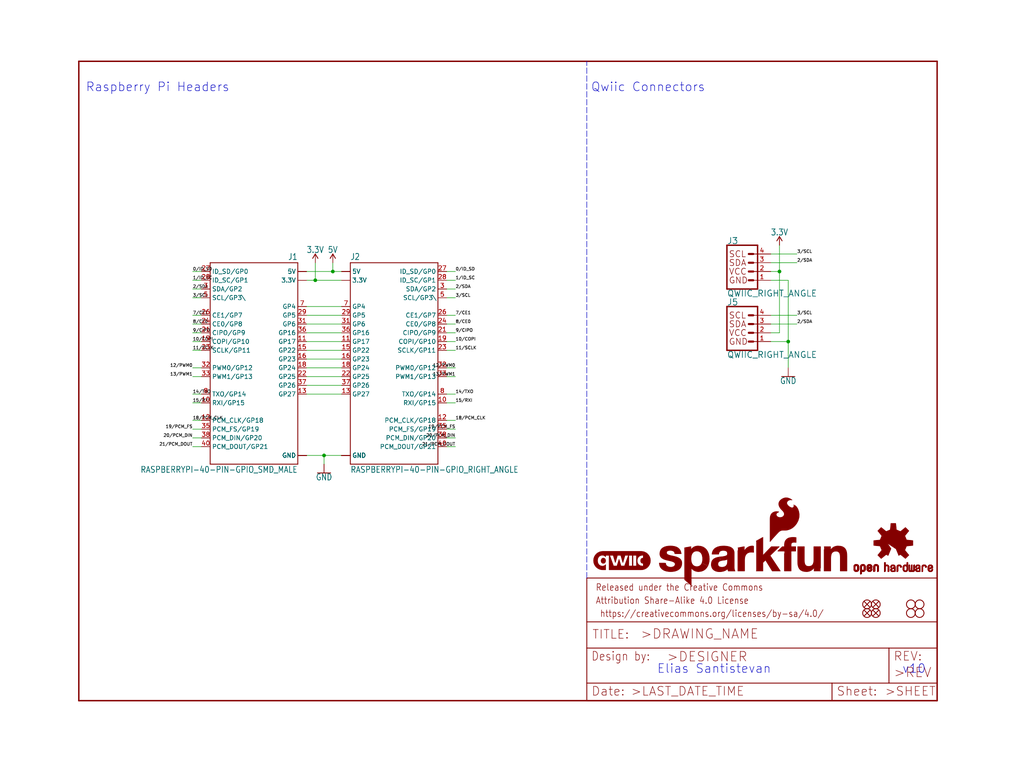
<source format=kicad_sch>
(kicad_sch (version 20211123) (generator eeschema)
  (paper "User" 297.002 223.926)
  (lib_symbols
    (symbol "eagleSchem-eagle-import:3.3V" (power)
      (property "Value" "3.3V" (at 0 2.794 0))
      (symbol "3.3V_1_0"
        (pin power_in line (at 0 0 90) (length 2.54) (name "3.3V") (number "1"))
      )
    )
    (symbol "eagleSchem-eagle-import:5V" (power)
      (property "Value" "5V" (at 0 2.794 0))
      (symbol "5V_1_0"
        (pin power_in line (at 0 0 90) (length 2.54) (name "5V") (number "1"))
      )
    )
    (symbol "eagleSchem-eagle-import:FIDUCIALUFIDUCIAL")
    (symbol "eagleSchem-eagle-import:FRAME-LETTER"
      (symbol "FRAME-LETTER_2_0"
        (text " https://creativecommons.org/licenses/by-sa/4.0/" (at 2.54 24.13 0) (effects (font (size 1.9304 1.6408)) (justify left bottom)))
        (text ">DESIGNER" (at 23.114 11.176 0) (effects (font (size 2.7432 2.7432)) (justify left bottom)))
        (text ">DRAWING_NAME" (at 15.494 17.78 0) (effects (font (size 2.7432 2.7432)) (justify left bottom)))
        (text ">LAST_DATE_TIME" (at 12.7 1.27 0) (effects (font (size 2.54 2.54)) (justify left bottom)))
        (text ">REV" (at 88.9 6.604 0) (effects (font (size 2.7432 2.7432)) (justify left bottom)))
        (text ">SHEET" (at 86.36 1.27 0) (effects (font (size 2.54 2.54)) (justify left bottom)))
        (text "Attribution Share-Alike 4.0 License" (at 2.54 27.94 0) (effects (font (size 1.9304 1.6408)) (justify left bottom)))
        (text "Date:" (at 1.27 1.27 0) (effects (font (size 2.54 2.54)) (justify left bottom)))
        (text "Design by:" (at 1.27 11.43 0) (effects (font (size 2.54 2.159)) (justify left bottom)))
        (text "Released under the Creative Commons" (at 2.54 31.75 0) (effects (font (size 1.9304 1.6408)) (justify left bottom)))
        (text "REV:" (at 88.9 11.43 0) (effects (font (size 2.54 2.54)) (justify left bottom)))
        (text "Sheet:" (at 72.39 1.27 0) (effects (font (size 2.54 2.54)) (justify left bottom)))
        (text "TITLE:" (at 1.524 17.78 0) (effects (font (size 2.54 2.54)) (justify left bottom)))
      )
    )
    (symbol "eagleSchem-eagle-import:GND" (power)
      (property "Value" "GND" (at 0 -0.254 0))
      (symbol "GND_1_0"
        (pin power_in line (at 0 2.54 270) (length 2.54) (name "GND") (number "1"))
      )
    )
    (symbol "eagleSchem-eagle-import:OSHW-LOGOM")
    (symbol "eagleSchem-eagle-import:QWIIC_CONNECTORJS-1MM"
      (property "Reference" "J" (at -5.08 7.874 0))
      (property "Value" "QWIIC_CONNECTORJS-1MM" (at -5.08 -5.334 0))
      (symbol "QWIIC_CONNECTORJS-1MM_1_0"
        (text "GND" (at -4.572 -2.54 0) (effects (font (size 1.778 1.778)) (justify left)))
        (text "SCL" (at -4.572 5.08 0) (effects (font (size 1.778 1.778)) (justify left)))
        (text "SDA" (at -4.572 2.54 0) (effects (font (size 1.778 1.778)) (justify left)))
        (text "VCC" (at -4.572 0 0) (effects (font (size 1.778 1.778)) (justify left)))
        (pin power_in line (at 7.62 -2.54 180) (length 5.08) (name "1") (number "1"))
        (pin power_in line (at 7.62 0 180) (length 5.08) (name "2") (number "2"))
        (pin passive line (at 7.62 2.54 180) (length 5.08) (name "3") (number "3"))
        (pin passive line (at 7.62 5.08 180) (length 5.08) (name "4") (number "4"))
      )
    )
    (symbol "eagleSchem-eagle-import:QWIIC_LOGO_5MM")
    (symbol "eagleSchem-eagle-import:RASPBERRYPI-40-PIN-GPIO_RIGHT_ANGLE"
      (property "Reference" "J" (at -12.7 28.702 0))
      (property "Value" "RASPBERRYPI-40-PIN-GPIO_RIGHT_ANGLE" (at -12.7 -33.02 0))
      (symbol "RASPBERRYPI-40-PIN-GPIO_RIGHT_ANGLE_1_0"
        (pin power_in line (at -15.24 22.86 0) (length 2.54) (name "3.3V") (number "1"))
        (pin input line (at 15.24 -12.7 180) (length 2.54) (name "RXI/GP15") (number "10"))
        (pin bidirectional line (at -15.24 5.08 0) (length 2.54) (name "GP17") (number "11"))
        (pin bidirectional line (at 15.24 -17.78 180) (length 2.54) (name "PCM_CLK/GP18") (number "12"))
        (pin bidirectional line (at -15.24 -10.16 0) (length 2.54) (name "GP27") (number "13"))
        (pin power_in line (at -15.24 -27.94 0) (length 2.54) (name "GND") (number "14"))
        (pin bidirectional line (at -15.24 2.54 0) (length 2.54) (name "GP22") (number "15"))
        (pin bidirectional line (at -15.24 0 0) (length 2.54) (name "GP23") (number "16"))
        (pin power_in line (at -15.24 22.86 0) (length 2.54) (name "3.3V") (number "17"))
        (pin bidirectional line (at -15.24 -2.54 0) (length 2.54) (name "GP24") (number "18"))
        (pin output line (at 15.24 5.08 180) (length 2.54) (name "COPI/GP10") (number "19"))
        (pin power_in line (at -15.24 25.4 0) (length 2.54) (name "5V") (number "2"))
        (pin power_in line (at -15.24 -27.94 0) (length 2.54) (name "GND") (number "20"))
        (pin input line (at 15.24 7.62 180) (length 2.54) (name "CIPO/GP9") (number "21"))
        (pin bidirectional line (at -15.24 -5.08 0) (length 2.54) (name "GP25") (number "22"))
        (pin output line (at 15.24 2.54 180) (length 2.54) (name "SCLK/GP11") (number "23"))
        (pin output line (at 15.24 10.16 180) (length 2.54) (name "CE0/GP8") (number "24"))
        (pin power_in line (at -15.24 -27.94 0) (length 2.54) (name "GND") (number "25"))
        (pin output line (at 15.24 12.7 180) (length 2.54) (name "CE1/GP7") (number "26"))
        (pin bidirectional line (at 15.24 25.4 180) (length 2.54) (name "ID_SD/GP0") (number "27"))
        (pin bidirectional line (at 15.24 22.86 180) (length 2.54) (name "ID_SC/GP1") (number "28"))
        (pin bidirectional line (at -15.24 12.7 0) (length 2.54) (name "GP5") (number "29"))
        (pin bidirectional line (at 15.24 20.32 180) (length 2.54) (name "SDA/GP2") (number "3"))
        (pin power_in line (at -15.24 -27.94 0) (length 2.54) (name "GND") (number "30"))
        (pin bidirectional line (at -15.24 10.16 0) (length 2.54) (name "GP6") (number "31"))
        (pin bidirectional line (at 15.24 -2.54 180) (length 2.54) (name "PWM0/GP12") (number "32"))
        (pin bidirectional line (at 15.24 -5.08 180) (length 2.54) (name "PWM1/GP13") (number "33"))
        (pin power_in line (at -15.24 -27.94 0) (length 2.54) (name "GND") (number "34"))
        (pin bidirectional line (at 15.24 -20.32 180) (length 2.54) (name "PCM_FS/GP19") (number "35"))
        (pin bidirectional line (at -15.24 7.62 0) (length 2.54) (name "GP16") (number "36"))
        (pin bidirectional line (at -15.24 -7.62 0) (length 2.54) (name "GP26") (number "37"))
        (pin bidirectional line (at 15.24 -22.86 180) (length 2.54) (name "PCM_DIN/GP20") (number "38"))
        (pin power_in line (at -15.24 -27.94 0) (length 2.54) (name "GND") (number "39"))
        (pin power_in line (at -15.24 25.4 0) (length 2.54) (name "5V") (number "4"))
        (pin bidirectional line (at 15.24 -25.4 180) (length 2.54) (name "PCM_DOUT/GP21") (number "40"))
        (pin bidirectional line (at 15.24 17.78 180) (length 2.54) (name "SCL/GP3\\") (number "5"))
        (pin power_in line (at -15.24 -27.94 0) (length 2.54) (name "GND") (number "6"))
        (pin bidirectional line (at -15.24 15.24 0) (length 2.54) (name "GP4") (number "7"))
        (pin output line (at 15.24 -10.16 180) (length 2.54) (name "TXO/GP14") (number "8"))
        (pin power_in line (at -15.24 -27.94 0) (length 2.54) (name "GND") (number "9"))
      )
    )
    (symbol "eagleSchem-eagle-import:RASPBERRYPI-40-PIN-GPIO_SMD_MALE"
      (property "Reference" "J" (at -12.7 28.702 0))
      (property "Value" "RASPBERRYPI-40-PIN-GPIO_SMD_MALE" (at -12.7 -33.02 0))
      (symbol "RASPBERRYPI-40-PIN-GPIO_SMD_MALE_1_0"
        (pin power_in line (at -15.24 22.86 0) (length 2.54) (name "3.3V") (number "1"))
        (pin input line (at 15.24 -12.7 180) (length 2.54) (name "RXI/GP15") (number "10"))
        (pin bidirectional line (at -15.24 5.08 0) (length 2.54) (name "GP17") (number "11"))
        (pin bidirectional line (at 15.24 -17.78 180) (length 2.54) (name "PCM_CLK/GP18") (number "12"))
        (pin bidirectional line (at -15.24 -10.16 0) (length 2.54) (name "GP27") (number "13"))
        (pin power_in line (at -15.24 -27.94 0) (length 2.54) (name "GND") (number "14"))
        (pin bidirectional line (at -15.24 2.54 0) (length 2.54) (name "GP22") (number "15"))
        (pin bidirectional line (at -15.24 0 0) (length 2.54) (name "GP23") (number "16"))
        (pin power_in line (at -15.24 22.86 0) (length 2.54) (name "3.3V") (number "17"))
        (pin bidirectional line (at -15.24 -2.54 0) (length 2.54) (name "GP24") (number "18"))
        (pin output line (at 15.24 5.08 180) (length 2.54) (name "COPI/GP10") (number "19"))
        (pin power_in line (at -15.24 25.4 0) (length 2.54) (name "5V") (number "2"))
        (pin power_in line (at -15.24 -27.94 0) (length 2.54) (name "GND") (number "20"))
        (pin input line (at 15.24 7.62 180) (length 2.54) (name "CIPO/GP9") (number "21"))
        (pin bidirectional line (at -15.24 -5.08 0) (length 2.54) (name "GP25") (number "22"))
        (pin output line (at 15.24 2.54 180) (length 2.54) (name "SCLK/GP11") (number "23"))
        (pin output line (at 15.24 10.16 180) (length 2.54) (name "CE0/GP8") (number "24"))
        (pin power_in line (at -15.24 -27.94 0) (length 2.54) (name "GND") (number "25"))
        (pin output line (at 15.24 12.7 180) (length 2.54) (name "CE1/GP7") (number "26"))
        (pin bidirectional line (at 15.24 25.4 180) (length 2.54) (name "ID_SD/GP0") (number "27"))
        (pin bidirectional line (at 15.24 22.86 180) (length 2.54) (name "ID_SC/GP1") (number "28"))
        (pin bidirectional line (at -15.24 12.7 0) (length 2.54) (name "GP5") (number "29"))
        (pin bidirectional line (at 15.24 20.32 180) (length 2.54) (name "SDA/GP2") (number "3"))
        (pin power_in line (at -15.24 -27.94 0) (length 2.54) (name "GND") (number "30"))
        (pin bidirectional line (at -15.24 10.16 0) (length 2.54) (name "GP6") (number "31"))
        (pin bidirectional line (at 15.24 -2.54 180) (length 2.54) (name "PWM0/GP12") (number "32"))
        (pin bidirectional line (at 15.24 -5.08 180) (length 2.54) (name "PWM1/GP13") (number "33"))
        (pin power_in line (at -15.24 -27.94 0) (length 2.54) (name "GND") (number "34"))
        (pin bidirectional line (at 15.24 -20.32 180) (length 2.54) (name "PCM_FS/GP19") (number "35"))
        (pin bidirectional line (at -15.24 7.62 0) (length 2.54) (name "GP16") (number "36"))
        (pin bidirectional line (at -15.24 -7.62 0) (length 2.54) (name "GP26") (number "37"))
        (pin bidirectional line (at 15.24 -22.86 180) (length 2.54) (name "PCM_DIN/GP20") (number "38"))
        (pin power_in line (at -15.24 -27.94 0) (length 2.54) (name "GND") (number "39"))
        (pin power_in line (at -15.24 25.4 0) (length 2.54) (name "5V") (number "4"))
        (pin bidirectional line (at 15.24 -25.4 180) (length 2.54) (name "PCM_DOUT/GP21") (number "40"))
        (pin bidirectional line (at 15.24 17.78 180) (length 2.54) (name "SCL/GP3\\") (number "5"))
        (pin power_in line (at -15.24 -27.94 0) (length 2.54) (name "GND") (number "6"))
        (pin bidirectional line (at -15.24 15.24 0) (length 2.54) (name "GP4") (number "7"))
        (pin output line (at 15.24 -10.16 180) (length 2.54) (name "TXO/GP14") (number "8"))
        (pin power_in line (at -15.24 -27.94 0) (length 2.54) (name "GND") (number "9"))
      )
    )
    (symbol "eagleSchem-eagle-import:SFE_LOGO_NAME_FLAME.2_INCH")
    (symbol "eagleSchem-eagle-import:STAND-OFFTIGHT")
  )
  (junction (at 226.06 78.74))
  (junction (at 93.98 132.08))
  (junction (at 91.44 81.28))
  (junction (at 96.52 78.74))
  (junction (at 228.6 99.06))
  (wire (pts (xy 58.42 96.52) (xy 55.88 96.52)))
  (wire (pts (xy 132.08 109.22) (xy 129.54 109.22)))
  (wire (pts (xy 96.52 78.74) (xy 88.9 78.74)))
  (wire (pts (xy 88.9 132.08) (xy 93.98 132.08)))
  (wire (pts (xy 58.42 86.36) (xy 55.88 86.36)))
  (wire (pts (xy 129.54 86.36) (xy 132.08 86.36)))
  (wire (pts (xy 129.54 96.52) (xy 132.08 96.52)))
  (wire (pts (xy 88.9 99.06) (xy 99.06 99.06)))
  (wire (pts (xy 99.06 111.76) (xy 88.9 111.76)))
  (wire (pts (xy 129.54 121.92) (xy 132.08 121.92)))
  (wire (pts (xy 55.88 109.22) (xy 58.42 109.22)))
  (wire (pts (xy 223.52 93.98) (xy 231.14 93.98)))
  (wire (pts (xy 129.54 78.74) (xy 132.08 78.74)))
  (wire (pts (xy 226.06 78.74) (xy 226.06 71.12)))
  (wire (pts (xy 58.42 81.28) (xy 55.88 81.28)))
  (wire (pts (xy 223.52 99.06) (xy 228.6 99.06)))
  (wire (pts (xy 58.42 91.44) (xy 55.88 91.44)))
  (wire (pts (xy 55.88 124.46) (xy 58.42 124.46)))
  (wire (pts (xy 88.9 104.14) (xy 99.06 104.14)))
  (wire (pts (xy 129.54 114.3) (xy 132.08 114.3)))
  (wire (pts (xy 58.42 116.84) (xy 55.88 116.84)))
  (wire (pts (xy 93.98 132.08) (xy 99.06 132.08)))
  (wire (pts (xy 88.9 109.22) (xy 99.06 109.22)))
  (wire (pts (xy 96.52 78.74) (xy 99.06 78.74)))
  (wire (pts (xy 88.9 93.98) (xy 99.06 93.98)))
  (wire (pts (xy 88.9 81.28) (xy 91.44 81.28)))
  (wire (pts (xy 132.08 127) (xy 129.54 127)))
  (polyline (pts (xy 170.18 167.64) (xy 170.18 17.78)))
  (wire (pts (xy 223.52 96.52) (xy 226.06 96.52)))
  (wire (pts (xy 55.88 101.6) (xy 58.42 101.6)))
  (wire (pts (xy 58.42 121.92) (xy 55.88 121.92)))
  (wire (pts (xy 129.54 99.06) (xy 132.08 99.06)))
  (wire (pts (xy 223.52 81.28) (xy 228.6 81.28)))
  (wire (pts (xy 91.44 81.28) (xy 99.06 81.28)))
  (wire (pts (xy 132.08 124.46) (xy 129.54 124.46)))
  (wire (pts (xy 132.08 106.68) (xy 129.54 106.68)))
  (wire (pts (xy 99.06 96.52) (xy 88.9 96.52)))
  (wire (pts (xy 129.54 91.44) (xy 132.08 91.44)))
  (wire (pts (xy 55.88 106.68) (xy 58.42 106.68)))
  (wire (pts (xy 228.6 99.06) (xy 228.6 106.68)))
  (wire (pts (xy 129.54 116.84) (xy 132.08 116.84)))
  (wire (pts (xy 58.42 114.3) (xy 55.88 114.3)))
  (wire (pts (xy 129.54 81.28) (xy 132.08 81.28)))
  (wire (pts (xy 132.08 101.6) (xy 129.54 101.6)))
  (wire (pts (xy 129.54 93.98) (xy 132.08 93.98)))
  (wire (pts (xy 58.42 78.74) (xy 55.88 78.74)))
  (wire (pts (xy 99.06 106.68) (xy 88.9 106.68)))
  (wire (pts (xy 88.9 114.3) (xy 99.06 114.3)))
  (wire (pts (xy 58.42 83.82) (xy 55.88 83.82)))
  (wire (pts (xy 55.88 127) (xy 58.42 127)))
  (wire (pts (xy 223.52 73.66) (xy 231.14 73.66)))
  (wire (pts (xy 55.88 129.54) (xy 58.42 129.54)))
  (wire (pts (xy 226.06 96.52) (xy 226.06 78.74)))
  (wire (pts (xy 132.08 129.54) (xy 129.54 129.54)))
  (wire (pts (xy 88.9 88.9) (xy 99.06 88.9)))
  (wire (pts (xy 228.6 81.28) (xy 228.6 99.06)))
  (wire (pts (xy 93.98 134.62) (xy 93.98 132.08)))
  (wire (pts (xy 58.42 99.06) (xy 55.88 99.06)))
  (wire (pts (xy 91.44 76.2) (xy 91.44 81.28)))
  (wire (pts (xy 129.54 83.82) (xy 132.08 83.82)))
  (wire (pts (xy 99.06 91.44) (xy 88.9 91.44)))
  (wire (pts (xy 223.52 91.44) (xy 231.14 91.44)))
  (wire (pts (xy 223.52 78.74) (xy 226.06 78.74)))
  (wire (pts (xy 58.42 93.98) (xy 55.88 93.98)))
  (wire (pts (xy 223.52 76.2) (xy 231.14 76.2)))
  (wire (pts (xy 99.06 101.6) (xy 88.9 101.6)))
  (wire (pts (xy 96.52 78.74) (xy 96.52 76.2)))
  (text "Raspberry Pi Headers" (at 45.72 25.4 180) (effects (font (size 2.54 2.54))))
  (text "v10" (at 261.62 195.58 180) (effects (font (size 2.54 2.54)) (justify left bottom)))
  (text "Qwiic Connectors" (at 187.96 25.4 180) (effects (font (size 2.54 2.54))))
  (text "Elias Santistevan" (at 190.5 195.58 180) (effects (font (size 2.54 2.54)) (justify left bottom)))
  (label "13/PWM1" (at 55.88 109.22 180) (effects (font (size 0.889 0.889))))
  (label "19/PCM_FS" (at 132.08 124.46 180) (effects (font (size 0.889 0.889))))
  (label "7/CE1" (at 55.88 91.44 0) (effects (font (size 0.889 0.889))))
  (label "19/PCM_FS" (at 55.88 124.46 180) (effects (font (size 0.889 0.889))))
  (label "2/SDA" (at 132.08 83.82 0) (effects (font (size 0.889 0.889))))
  (label "12/PWM0" (at 132.08 106.68 180) (effects (font (size 0.889 0.889))))
  (label "18/PCM_CLK" (at 55.88 121.92 0) (effects (font (size 0.889 0.889))))
  (label "8/CE0" (at 132.08 93.98 0) (effects (font (size 0.889 0.889))))
  (label "20/PCM_DIN" (at 55.88 127 180) (effects (font (size 0.889 0.889))))
  (label "3/SCL" (at 55.88 86.36 0) (effects (font (size 0.889 0.889))))
  (label "2/SDA" (at 231.14 76.2 0) (effects (font (size 0.889 0.889))))
  (label "3/SCL" (at 231.14 73.66 0) (effects (font (size 0.889 0.889))))
  (label "21/PCM_DOUT" (at 132.08 129.54 180) (effects (font (size 0.889 0.889))))
  (label "9/CIPO" (at 55.88 96.52 0) (effects (font (size 0.889 0.889))))
  (label "1/ID_SC" (at 55.88 81.28 0) (effects (font (size 0.889 0.889))))
  (label "11/SCLK" (at 132.08 101.6 0) (effects (font (size 0.889 0.889))))
  (label "10/COPI" (at 55.88 99.06 0) (effects (font (size 0.889 0.889))))
  (label "14/TXO" (at 55.88 114.3 0) (effects (font (size 0.889 0.889))))
  (label "10/COPI" (at 132.08 99.06 0) (effects (font (size 0.889 0.889))))
  (label "9/CIPO" (at 132.08 96.52 0) (effects (font (size 0.889 0.889))))
  (label "1/ID_SC" (at 132.08 81.28 0) (effects (font (size 0.889 0.889))))
  (label "12/PWM0" (at 55.88 106.68 180) (effects (font (size 0.889 0.889))))
  (label "2/SDA" (at 55.88 83.82 0) (effects (font (size 0.889 0.889))))
  (label "13/PWM1" (at 132.08 109.22 180) (effects (font (size 0.889 0.889))))
  (label "8/CE0" (at 55.88 93.98 0) (effects (font (size 0.889 0.889))))
  (label "18/PCM_CLK" (at 132.08 121.92 0) (effects (font (size 0.889 0.889))))
  (label "0/ID_SD" (at 55.88 78.74 0) (effects (font (size 0.889 0.889))))
  (label "3/SCL" (at 231.14 91.44 0) (effects (font (size 0.889 0.889))))
  (label "11/SCLK" (at 55.88 101.6 0) (effects (font (size 0.889 0.889))))
  (label "20/PCM_DIN" (at 132.08 127 180) (effects (font (size 0.889 0.889))))
  (label "15/RXI" (at 132.08 116.84 0) (effects (font (size 0.889 0.889))))
  (label "7/CE1" (at 132.08 91.44 0) (effects (font (size 0.889 0.889))))
  (label "3/SCL" (at 132.08 86.36 0) (effects (font (size 0.889 0.889))))
  (label "2/SDA" (at 231.14 93.98 0) (effects (font (size 0.889 0.889))))
  (label "15/RXI" (at 55.88 116.84 0) (effects (font (size 0.889 0.889))))
  (label "21/PCM_DOUT" (at 55.88 129.54 180) (effects (font (size 0.889 0.889))))
  (label "0/ID_SD" (at 132.08 78.74 0) (effects (font (size 0.889 0.889))))
  (label "14/TXO" (at 132.08 114.3 0) (effects (font (size 0.889 0.889))))
  (symbol (lib_id "eagleSchem-eagle-import:3.3V") (at 226.06 71.12 0) (unit 1)
    (property "Reference" "#SUPPLY3" (effects hide))
    (property "Value" "3.3V" (at 226.06 68.326 0) (effects (font (size 1.778 1.5113)) (justify bottom)))
    (property "Footprint" "eagleSchem:" (effects hide))
  )
  (symbol (lib_id "eagleSchem-eagle-import:RASPBERRYPI-40-PIN-GPIO_RIGHT_ANGLE") (at 114.3 104.14 0) (unit 1)
    (property "Reference" "J2" (at 101.6 75.438 0) (effects (font (size 1.778 1.5113)) (justify left bottom)))
    (property "Value" "RASPBERRYPI-40-PIN-GPIO_RIGHT_ANGLE" (at 101.6 137.16 0) (effects (font (size 1.778 1.5113)) (justify left bottom)))
    (property "Footprint" "eagleSchem:2X20_RIGHT_ANGLE" (effects hide))
  )
  (symbol (lib_id "eagleSchem-eagle-import:STAND-OFFTIGHT") (at 264.16 175.26 0) (unit 1)
    (property "Reference" "H3" (effects hide))
    (property "Value" "STAND-OFFTIGHT" (effects hide))
    (property "Footprint" "eagleSchem:STAND-OFF-TIGHT" (effects hide))
  )
  (symbol (lib_id "eagleSchem-eagle-import:FIDUCIALUFIDUCIAL") (at 254 177.8 0) (unit 1)
    (property "Reference" "FD2" (effects hide))
    (property "Value" "FIDUCIALUFIDUCIAL" (effects hide))
    (property "Footprint" "eagleSchem:FIDUCIAL-MICRO" (effects hide))
  )
  (symbol (lib_id "eagleSchem-eagle-import:OSHW-LOGOM") (at 259.08 157.48 0) (unit 1)
    (property "Reference" "LOGO3" (effects hide))
    (property "Value" "OSHW-LOGOM" (effects hide))
    (property "Footprint" "eagleSchem:OSHW-LOGO-M" (effects hide))
  )
  (symbol (lib_id "eagleSchem-eagle-import:3.3V") (at 91.44 76.2 0) (unit 1)
    (property "Reference" "#SUPPLY2" (effects hide))
    (property "Value" "3.3V" (at 91.44 73.406 0) (effects (font (size 1.778 1.5113)) (justify bottom)))
    (property "Footprint" "eagleSchem:" (effects hide))
  )
  (symbol (lib_id "eagleSchem-eagle-import:FIDUCIALUFIDUCIAL") (at 251.46 177.8 0) (unit 1)
    (property "Reference" "FD3" (effects hide))
    (property "Value" "FIDUCIALUFIDUCIAL" (effects hide))
    (property "Footprint" "eagleSchem:FIDUCIAL-MICRO" (effects hide))
  )
  (symbol (lib_id "eagleSchem-eagle-import:QWIIC_CONNECTORJS-1MM") (at 215.9 78.74 0) (unit 1)
    (property "Reference" "J3" (at 210.82 70.866 0) (effects (font (size 1.778 1.778)) (justify left bottom)))
    (property "Value" "QWIIC_RIGHT_ANGLE" (at 210.82 84.074 0) (effects (font (size 1.778 1.778)) (justify left top)))
    (property "Footprint" "eagleSchem:JST04_1MM_RA" (effects hide))
  )
  (symbol (lib_id "eagleSchem-eagle-import:FRAME-LETTER") (at 22.86 203.2 0) (unit 1)
    (property "Reference" "FRAME1" (effects hide))
    (property "Value" "FRAME-LETTER" (effects hide))
    (property "Footprint" "eagleSchem:CREATIVE_COMMONS" (effects hide))
  )
  (symbol (lib_id "eagleSchem-eagle-import:STAND-OFFTIGHT") (at 266.7 177.8 0) (unit 1)
    (property "Reference" "H1" (effects hide))
    (property "Value" "STAND-OFFTIGHT" (effects hide))
    (property "Footprint" "eagleSchem:STAND-OFF-TIGHT" (effects hide))
  )
  (symbol (lib_id "eagleSchem-eagle-import:FIDUCIALUFIDUCIAL") (at 251.46 175.26 0) (unit 1)
    (property "Reference" "FD4" (effects hide))
    (property "Value" "FIDUCIALUFIDUCIAL" (effects hide))
    (property "Footprint" "eagleSchem:FIDUCIAL-MICRO" (effects hide))
  )
  (symbol (lib_id "eagleSchem-eagle-import:RASPBERRYPI-40-PIN-GPIO_SMD_MALE") (at 73.66 104.14 0) (mirror y) (unit 1)
    (property "Reference" "J1" (at 86.36 75.438 0) (effects (font (size 1.778 1.5113)) (justify left bottom)))
    (property "Value" "RASPBERRYPI-40-PIN-GPIO_SMD_MALE" (at 86.36 137.16 0) (effects (font (size 1.778 1.5113)) (justify left bottom)))
    (property "Footprint" "eagleSchem:RASPBERRY_PI_HAT_40_PIN_SMD_MALE" (effects hide))
  )
  (symbol (lib_id "eagleSchem-eagle-import:GND") (at 93.98 137.16 0) (unit 1)
    (property "Reference" "#GND1" (effects hide))
    (property "Value" "GND" (at 93.98 137.414 0) (effects (font (size 1.778 1.5113)) (justify top)))
    (property "Footprint" "eagleSchem:" (effects hide))
  )
  (symbol (lib_id "eagleSchem-eagle-import:STAND-OFFTIGHT") (at 264.16 177.8 0) (unit 1)
    (property "Reference" "H2" (effects hide))
    (property "Value" "STAND-OFFTIGHT" (effects hide))
    (property "Footprint" "eagleSchem:STAND-OFF-TIGHT" (effects hide))
  )
  (symbol (lib_id "eagleSchem-eagle-import:SFE_LOGO_NAME_FLAME.2_INCH") (at 190.5 170.18 0) (unit 1)
    (property "Reference" "LOGO2" (effects hide))
    (property "Value" "SFE_LOGO_NAME_FLAME.2_INCH" (effects hide))
    (property "Footprint" "eagleSchem:SFE_LOGO_NAME_FLAME_.2" (effects hide))
  )
  (symbol (lib_id "eagleSchem-eagle-import:QWIIC_CONNECTORJS-1MM") (at 215.9 96.52 0) (unit 1)
    (property "Reference" "J5" (at 210.82 88.646 0) (effects (font (size 1.778 1.778)) (justify left bottom)))
    (property "Value" "QWIIC_RIGHT_ANGLE" (at 210.82 101.854 0) (effects (font (size 1.778 1.778)) (justify left top)))
    (property "Footprint" "eagleSchem:JST04_1MM_RA" (effects hide))
  )
  (symbol (lib_id "eagleSchem-eagle-import:FIDUCIALUFIDUCIAL") (at 254 175.26 0) (unit 1)
    (property "Reference" "FD1" (effects hide))
    (property "Value" "FIDUCIALUFIDUCIAL" (effects hide))
    (property "Footprint" "eagleSchem:FIDUCIAL-MICRO" (effects hide))
  )
  (symbol (lib_id "eagleSchem-eagle-import:FRAME-LETTER") (at 170.18 203.2 0) (unit 2)
    (property "Reference" "FRAME1" (effects hide))
    (property "Value" "FRAME-LETTER" (effects hide))
    (property "Footprint" "eagleSchem:CREATIVE_COMMONS" (effects hide))
  )
  (symbol (lib_id "eagleSchem-eagle-import:QWIIC_LOGO_5MM") (at 180.34 162.56 0) (unit 1)
    (property "Reference" "LOGO1" (effects hide))
    (property "Value" "QWIIC_LOGO_5MM" (effects hide))
    (property "Footprint" "eagleSchem:QWIIC_5MM" (effects hide))
  )
  (symbol (lib_id "eagleSchem-eagle-import:5V") (at 96.52 76.2 0) (unit 1)
    (property "Reference" "#SUPPLY1" (effects hide))
    (property "Value" "5V" (at 96.52 73.406 0) (effects (font (size 1.778 1.5113)) (justify bottom)))
    (property "Footprint" "eagleSchem:" (effects hide))
  )
  (symbol (lib_id "eagleSchem-eagle-import:STAND-OFFTIGHT") (at 266.7 175.26 0) (unit 1)
    (property "Reference" "H4" (effects hide))
    (property "Value" "STAND-OFFTIGHT" (effects hide))
    (property "Footprint" "eagleSchem:STAND-OFF-TIGHT" (effects hide))
  )
  (symbol (lib_id "eagleSchem-eagle-import:GND") (at 228.6 109.22 0) (unit 1)
    (property "Reference" "#GND2" (effects hide))
    (property "Value" "GND" (at 228.6 109.474 0) (effects (font (size 1.778 1.5113)) (justify top)))
    (property "Footprint" "eagleSchem:" (effects hide))
  )
)
</source>
